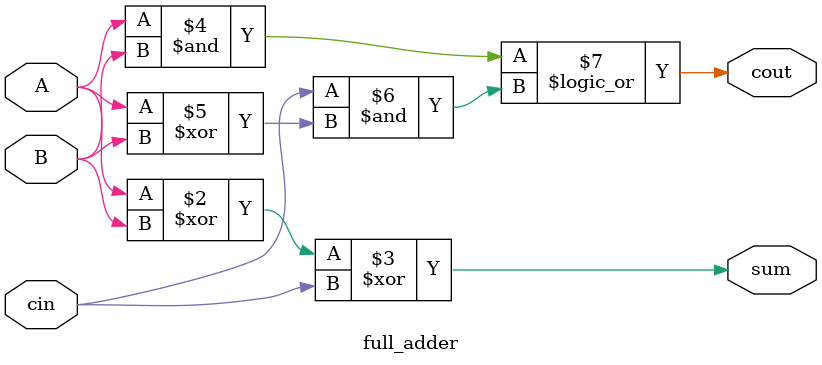
<source format=v>

module add_sub_4bit ( 
    input [3:0] A,B,
    input M,
    output [3:0] logical_out,
    output V
);

reg[3:0] B_int;
wire [3:0] carry_out;
always @(*)
begin
if (M) 
B_int= ~B;
else 
B_int = B;
end
full_adder FA (.A(A[0]) ,.B(B_int[0]),.cin(M), .sum(logical_out[0]),.cout(carry_out[0]));
genvar j;
generate 
    for(j=1;j<4;j=j+1) begin 
        full_adder FA(.A(A[j]) ,.B(B_int[j]),.cin(carry_out[j-1]), .sum(logical_out[j]),.cout(carry_out[j]));
    end
endgenerate
assign V= carry_out[3]^carry_out[2];

endmodule 


//Implementing a full adder using behavioural modelling 
module full_adder ( 
    input A,B,cin,
    output reg sum,cout
);

always @ (*) 
begin 
    sum= A^B^cin;
    cout = (A&B) || (cin&(A^B));
end
endmodule 

</source>
